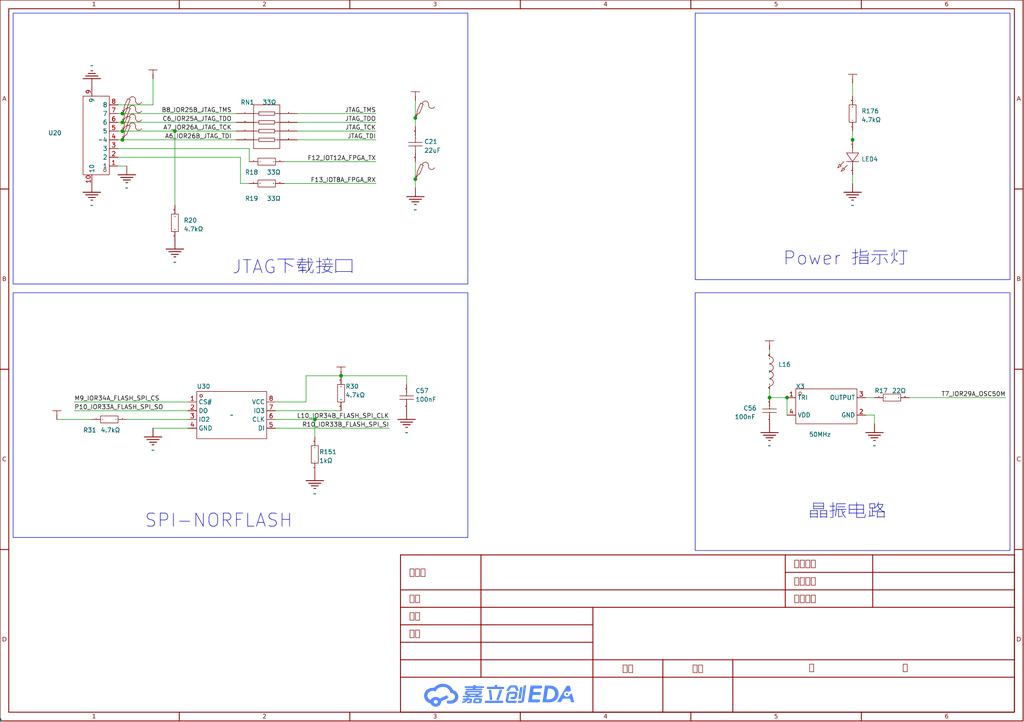
<source format=kicad_sch>
(kicad_sch (version 20250114) (generator "eeschema") (generator_version "9.0")
  (paper "User" 297.434 209.804)
  (lib_symbols
    (symbol "Library:0402WGF1001TCE"
      (property "Reference" "R" (at 0 0 0))
      (symbol "0402WGF1001TCE_1_0"
        (pin input line (at -5.08 0 0) (length 2.54) (name "1") (number "1"))
        (pin input line (at 5.08 0 180) (length 2.54) (name "2") (number "2"))
      )
    )
    (symbol "Library:0402WGF220JTCE"
      (property "Reference" "R" (at 0 0 0))
      (symbol "0402WGF220JTCE_1_0"
        (pin input line (at -5.08 0 0) (length 2.54) (name "1") (number "1"))
        (pin input line (at 5.08 0 180) (length 2.54) (name "2") (number "2"))
      )
    )
    (symbol "Library:0402WGF330JTCE"
      (property "Reference" "R" (at 0 0 0))
      (symbol "0402WGF330JTCE_1_0"
        (pin input line (at -5.08 0 0) (length 2.54) (name "1") (number "1"))
        (pin input line (at 5.08 0 180) (length 2.54) (name "2") (number "2"))
      )
    )
    (symbol "Library:0402WGF4701TCE"
      (property "Reference" "R" (at 0 0 0))
      (symbol "0402WGF4701TCE_1_0"
        (pin input line (at -5.08 0 0) (length 2.54) (name "1") (number "1"))
        (pin input line (at 5.08 0 180) (length 2.54) (name "2") (number "2"))
      )
    )
    (symbol "Library:4D02WGJ0330TCE"
      (property "Reference" "RN" (at 0 0 0))
      (symbol "4D02WGJ0330TCE_1_0"
        (pin input line (at -8.89 3.81 0) (length 5.08) (name "1") (number "1"))
        (pin input line (at -8.89 1.27 0) (length 5.08) (name "2") (number "2"))
        (pin input line (at -8.89 -1.27 0) (length 5.08) (name "3") (number "3"))
        (pin input line (at -8.89 -3.81 0) (length 5.08) (name "4") (number "4"))
        (pin input line (at 8.89 3.81 180) (length 5.08) (name "8") (number "8"))
        (pin input line (at 8.89 1.27 180) (length 5.08) (name "7") (number "7"))
        (pin input line (at 8.89 -1.27 180) (length 5.08) (name "6") (number "6"))
        (pin input line (at 8.89 -3.81 180) (length 5.08) (name "5") (number "5"))
      )
    )
    (symbol "Library:CL05B104KO5NNNC"
      (property "Reference" "C" (at 0 0 0))
      (symbol "CL05B104KO5NNNC_1_0"
        (pin input line (at -3.81 0 0) (length 2.54) (name "1") (number "1"))
        (pin input line (at 3.81 0 180) (length 2.54) (name "2") (number "2"))
      )
    )
    (symbol "Library:F.0603.00139/P2-0603R1TS2-06T-002"
      (property "Reference" "U" (at 0 0 0))
      (symbol "F.0603.00139/P2-0603R1TS2-06T-002_1_0"
        (pin unspecified line (at -5.08 0 0) (length 2.54) (name "K") (number "1"))
        (pin unspecified line (at 5.08 0 180) (length 2.54) (name "A") (number "2"))
      )
    )
    (symbol "Library:GRM188R61A226ME15D"
      (property "Reference" "C" (at 0 0 0))
      (symbol "GRM188R61A226ME15D_1_0"
        (pin input line (at -5.08 0 0) (length 2.54) (name "1") (number "1"))
        (pin input line (at 5.08 0 180) (length 2.54) (name "2") (number "2"))
      )
    )
    (symbol "Library:Ground-GND" (power) (pin_numbers (hide yes)) (pin_names (hide yes))
      (symbol "Ground-GND_1_0"
        (pin power_in line (at 0 0 270) (length 2.54) (name "") (number "1"))
      )
    )
    (symbol "Library:OT322550MJBA4SL"
      (symbol "OT322550MJBA4SL_1_0"
        (pin unspecified line (at -10.16 2.54 0) (length 2.54) (name "TRI") (number "1"))
        (pin unspecified line (at -10.16 -2.54 0) (length 2.54) (name "VDD") (number "4"))
        (pin unspecified line (at 12.7 2.54 180) (length 2.54) (name "OUTPUT") (number "3"))
        (pin unspecified line (at 12.7 -2.54 180) (length 2.54) (name "GND") (number "2"))
      )
    )
    (symbol "Library:Power-VCC" (power) (pin_numbers (hide yes)) (pin_names (hide yes))
      (symbol "Power-VCC_1_0"
        (pin power_in line (at 0 0 90) (length 1.27) (name "+5V_IN") (number "1"))
      )
    )
    (symbol "Library:Sheet-Symbol_A4"
      (symbol "Sheet-Symbol_A4_1_0"
        (text "A" (at 1.27 180.7972 0) (effects (font (size 1.27 1.27))))
        (text "B" (at 1.27 128.4224 0) (effects (font (size 1.27 1.27))))
        (text "C" (at 1.27 76.0222 0) (effects (font (size 1.27 1.27))))
        (text "D" (at 1.27 23.6474 0) (effects (font (size 1.27 1.27))))
        (text "1" (at 27.305 208.28 0) (effects (font (size 1.27 1.27))))
        (text "1" (at 27.305 1.27 0) (effects (font (size 1.27 1.27))))
        (text "2" (at 76.835 208.28 0) (effects (font (size 1.27 1.27))))
        (text "2" (at 76.835 1.27 0) (effects (font (size 1.27 1.27))))
        (text "原理图" (at 118.872 43.18 0) (effects (font (size 1.905 1.905)) (justify left)))
        (text "图页" (at 118.872 35.56 0) (effects (font (size 1.905 1.905)) (justify left)))
        (text "绘制" (at 118.872 30.48 0) (effects (font (size 1.905 1.905)) (justify left)))
        (text "审阅" (at 118.872 25.4 0) (effects (font (size 1.905 1.905)) (justify left)))
        (text "3" (at 126.365 208.28 0) (effects (font (size 1.27 1.27))))
        (text "3" (at 126.365 1.27 0) (effects (font (size 1.27 1.27))))
        (text "4" (at 175.895 208.28 0) (effects (font (size 1.27 1.27))))
        (text "4" (at 175.895 1.27 0) (effects (font (size 1.27 1.27))))
        (text "版本" (at 182.372 15.24 0) (effects (font (size 1.905 1.905))))
        (text "尺寸" (at 202.692 15.24 0) (effects (font (size 1.905 1.905))))
        (text "5" (at 225.425 208.28 0) (effects (font (size 1.27 1.27))))
        (text "5" (at 225.425 1.27 0) (effects (font (size 1.27 1.27))))
        (text "更新日期" (at 230.632 45.72 0) (effects (font (size 1.905 1.905)) (justify left)))
        (text "创建日期" (at 230.632 40.64 0) (effects (font (size 1.905 1.905)) (justify left)))
        (text "物料编码" (at 230.632 35.56 0) (effects (font (size 1.905 1.905)) (justify left)))
        (text "页" (at 234.95 15.494 0) (effects (font (size 1.905 1.905)) (justify left)))
        (text "共" (at 262.128 15.494 0) (effects (font (size 1.905 1.905)) (justify left)))
        (text "6" (at 274.955 208.28 0) (effects (font (size 1.27 1.27))))
        (text "6" (at 274.955 1.27 0) (effects (font (size 1.27 1.27))))
        (text "A" (at 295.91 180.7972 0) (effects (font (size 1.27 1.27))))
        (text "B" (at 295.91 128.4224 0) (effects (font (size 1.27 1.27))))
        (text "C" (at 295.91 76.0222 0) (effects (font (size 1.27 1.27))))
        (text "D" (at 295.91 23.6474 0) (effects (font (size 1.27 1.27))))
      )
    )
    (symbol "Library:TC0350F4701T5E_C179829"
      (property "Reference" "R" (at 0 0 0))
      (symbol "TC0350F4701T5E_C179829_1_0"
        (pin input line (at -5.08 0 0) (length 2.54) (name "1") (number "1"))
        (pin input line (at 5.08 0 180) (length 2.54) (name "2") (number "2"))
      )
    )
    (symbol "Library:Test-Point"
      (symbol "Test-Point_1_0"
        (pin input line (at 0 0 90) (length 0.254) (name "1") (number "1"))
      )
    )
    (symbol "Library:UPZ1005D121-1R3TF"
      (property "Reference" "L" (at 0 0 0))
      (symbol "UPZ1005D121-1R3TF_1_0"
        (pin input line (at -5.08 0 0) (length 0.762) (name "1") (number "1"))
        (pin input line (at 5.08 0 180) (length 0.762) (name "2") (number "2"))
      )
    )
    (symbol "Library:W25Q64JVSSIQ"
      (property "Reference" "U" (at 0 0 0))
      (symbol "W25Q64JVSSIQ_1_0"
        (pin unspecified line (at -12.7 3.81 0) (length 2.54) (name "CS#") (number "1"))
        (pin unspecified line (at -12.7 1.27 0) (length 2.54) (name "DO") (number "2"))
        (pin unspecified line (at -12.7 -1.27 0) (length 2.54) (name "IO2") (number "3"))
        (pin unspecified line (at -12.7 -3.81 0) (length 2.54) (name "GND") (number "4"))
        (pin unspecified line (at 12.7 3.81 180) (length 2.54) (name "VCC") (number "8"))
        (pin unspecified line (at 12.7 1.27 180) (length 2.54) (name "IO3") (number "7"))
        (pin unspecified line (at 12.7 -1.27 180) (length 2.54) (name "CLK") (number "6"))
        (pin unspecified line (at 12.7 -3.81 180) (length 2.54) (name "DI") (number "5"))
      )
    )
    (symbol "Library:ZX-SH1.0-8PWT"
      (property "Reference" "U" (at 0 0 0))
      (symbol "ZX-SH1.0-8PWT_1_0"
        (pin unspecified line (at -5.08 7.62 0) (length 2.54) (name "1") (number "1"))
        (pin unspecified line (at -5.08 5.08 0) (length 2.54) (name "2") (number "2"))
        (pin unspecified line (at -5.08 2.54 0) (length 2.54) (name "3") (number "3"))
        (pin unspecified line (at -5.08 0 0) (length 2.54) (name "4") (number "4"))
        (pin unspecified line (at -5.08 -2.54 0) (length 2.54) (name "5") (number "5"))
        (pin unspecified line (at -5.08 -5.08 0) (length 2.54) (name "6") (number "6"))
        (pin unspecified line (at -5.08 -7.62 0) (length 2.54) (name "7") (number "7"))
        (pin unspecified line (at -5.08 -10.16 0) (length 2.54) (name "8") (number "8"))
        (pin unspecified line (at 2.54 12.7 270) (length 2.54) (name "10") (number "10"))
        (pin unspecified line (at 2.54 -15.24 90) (length 2.54) (name "9") (number "9"))
      )
    )
  )
  (rectangle (start 201.93 3.81) (end 293.37 81.28))
  (rectangle (start 3.81 3.81) (end 135.89 82.55))
  (rectangle (start 201.93 85.09) (end 293.37 160.02))
  (rectangle (start 3.81 85.09) (end 135.89 156.21))
  (text "SPI-NORFLASH" (at 41.91 153.67 0) (effects (font (size 3.81 3.81)) (justify left bottom)))
  (text "JTAG下载接口" (at 67.31 80.01 0) (effects (font (size 3.81 3.81)) (justify left bottom)))
  (text "Power 指示灯" (at 227.33 77.47 0) (effects (font (size 3.81 3.81)) (justify left bottom)))
  (text "晶振电路" (at 234.95 151.13 0) (effects (font (size 3.81 3.81)) (justify left bottom)))
  (junction (at 247.65 40.64))
  (junction (at 120.65 34.29))
  (junction (at 223.52 115.57))
  (junction (at 228.6 115.57))
  (junction (at 50.8 38.1))
  (junction (at 99.06 109.22))
  (junction (at 35.56 35.56))
  (junction (at 35.56 38.1))
  (junction (at 35.56 33.02))
  (junction (at 91.44 121.92))
  (junction (at 35.56 40.64))
  (junction (at 120.65 52.07))
  (wire (pts (xy 34.29 33.02) (xy 35.56 33.02)))
  (wire (pts (xy 109.22 40.64) (xy 86.36 40.64)))
  (wire (pts (xy 254 123.19) (xy 254 120.65)))
  (wire (pts (xy 34.29 45.72) (xy 69.85 45.72)))
  (wire (pts (xy 88.9 109.22) (xy 88.9 116.84)))
  (wire (pts (xy 109.22 46.99) (xy 82.55 46.99)))
  (wire (pts (xy 80.01 119.38) (xy 99.06 119.38)))
  (wire (pts (xy 247.65 38.1254) (xy 247.65 40.64)))
  (wire (pts (xy 50.8 38.1) (xy 68.58 38.1)))
  (wire (pts (xy 254 120.65) (xy 251.46 120.65)))
  (wire (pts (xy 109.22 35.56) (xy 86.36 35.56)))
  (wire (pts (xy 50.8 38.1) (xy 35.56 38.1)))
  (wire (pts (xy 54.61 124.46) (xy 44.45 124.46)))
  (wire (pts (xy 118.11 109.22) (xy 99.06 109.22)))
  (wire (pts (xy 16.51 121.92) (xy 26.67 121.92)))
  (wire (pts (xy 91.44 121.92) (xy 80.01 121.92)))
  (wire (pts (xy 44.45 30.48) (xy 44.45 22.86)))
  (wire (pts (xy 54.61 121.92) (xy 36.83 121.92)))
  (wire (pts (xy 120.65 52.07) (xy 120.65 54.61)))
  (wire (pts (xy 68.58 35.56) (xy 35.56 35.56)))
  (wire (pts (xy 251.46 115.57) (xy 254 115.57)))
  (wire (pts (xy 34.29 40.64) (xy 35.56 40.64)))
  (wire (pts (xy 34.29 30.48) (xy 44.45 30.48)))
  (wire (pts (xy 34.29 43.18) (xy 72.39 43.18)))
  (wire (pts (xy 228.6 120.65) (xy 228.6 115.57)))
  (wire (pts (xy 50.8 59.69) (xy 50.8 38.1)))
  (wire (pts (xy 86.36 38.1) (xy 109.22 38.1)))
  (wire (pts (xy 72.39 46.99) (xy 72.39 43.18)))
  (wire (pts (xy 247.65 40.64) (xy 247.65 40.6654)))
  (wire (pts (xy 109.22 33.02) (xy 86.36 33.02)))
  (wire (pts (xy 120.65 36.83) (xy 120.65 34.29)))
  (wire (pts (xy 80.01 124.46) (xy 113.03 124.46)))
  (wire (pts (xy 118.11 111.76) (xy 118.11 109.22)))
  (wire (pts (xy 113.03 121.92) (xy 91.44 121.92)))
  (wire (pts (xy 36.83 48.26) (xy 34.29 48.26)))
  (wire (pts (xy 120.65 46.99) (xy 120.65 52.07)))
  (wire (pts (xy 120.65 34.29) (xy 120.65 29.21)))
  (wire (pts (xy 223.52 101.6) (xy 223.52 102.87)))
  (wire (pts (xy 223.52 115.57) (xy 223.52 113.03)))
  (wire (pts (xy 69.85 53.34) (xy 69.85 45.72)))
  (wire (pts (xy 99.06 109.22) (xy 88.9 109.22)))
  (wire (pts (xy 247.65 50.8) (xy 247.65 53.34)))
  (wire (pts (xy 82.55 53.34) (xy 109.22 53.34)))
  (wire (pts (xy 264.16 115.57) (xy 292.1 115.57)))
  (wire (pts (xy 247.65 24.13) (xy 247.65 27.94)))
  (wire (pts (xy 21.59 116.84) (xy 54.61 116.84)))
  (wire (pts (xy 34.29 35.56) (xy 35.56 35.56)))
  (wire (pts (xy 34.29 38.1) (xy 35.56 38.1)))
  (wire (pts (xy 68.58 40.64) (xy 35.56 40.64)))
  (wire (pts (xy 223.52 115.57) (xy 228.6 115.57)))
  (wire (pts (xy 91.44 121.92) (xy 91.44 127)))
  (wire (pts (xy 21.59 119.38) (xy 54.61 119.38)))
  (wire (pts (xy 88.9 116.84) (xy 80.01 116.84)))
  (wire (pts (xy 68.58 33.02) (xy 35.56 33.02)))
  (wire (pts (xy 69.85 53.34) (xy 72.39 53.34)))
  (label "B8_IOR25B_JTAG_TMS" (at 67.31 33.02 180))
  (label "A6_IOR26B_JTAG_TDI" (at 67.31 40.64 180))
  (label "F12_IOT12A_FPGA_TX" (at 109.22 46.99 180))
  (label "F13_IOT8A_FPGA_RX" (at 109.22 53.34 180))
  (label "R10_IOR33B_FLASH_SPI_SI" (at 113.03 124.46 180))
  (label "JTAG_TMS" (at 109.22 33.02 180))
  (label "M9_IOR34A_FLASH_SPI_CS" (at 21.59 116.84 0))
  (label "JTAG_TDI" (at 109.22 40.64 180))
  (label "L10_IOR34B_FLASH_SPI_CLK" (at 113.03 121.92 180))
  (label "JTAG_TCK" (at 109.22 38.1 180))
  (label "C6_IOR25A_JTAG_TDO" (at 67.31 35.56 180))
  (label "JTAG_TDO" (at 109.22 35.56 180))
  (label "A7_IOR26A_JTAG_TCK" (at 67.31 38.1 180))
  (label "T7_IOR29A_OSC50M" (at 292.1 115.57 180))
  (label "P10_IOR33A_FLASH_SPI_SO" (at 21.59 119.38 0))
  (symbol (lib_id "Library:Sheet-Symbol_A4") (at 0 209.55 0) (unit 1)
    (property "Reference" "?" (at 0 209.55 0))
    (property "Value" "~" (at 0 209.55 0))
    (property "Footprint" "ProPrj_立创·-easyedapro:" (effects (hide yes)))
    (property "@Board Name" "立创·逻辑派FPGA-G1开发板" (effects (hide yes)))
    (property "@Create Date" "2025-01-08" (effects (hide yes)))
    (property "@Create Time" "15:14:25" (effects (hide yes)))
    (property "@Page Count" "10" (effects (hide yes)))
    (property "@Page Name" "FPGA_JTAG" (effects (hide yes)))
    (property "@Page No" "4" (effects (hide yes)))
    (property "@Project Name" "立创·逻辑派FPGA-G1开发板" (effects (hide yes)))
    (property "@Schematic Name" "原理图" (effects (hide yes)))
    (property "@Update Date" "2025-01-08" (effects (hide yes)))
    (property "@Update Time" "15:14:43" (effects (hide yes)))
    (property "Company" "嘉立创EDA" (effects (hide yes)))
    (property "Page Size" "A4" (effects (hide yes)))
    (property "Version" "V1.0" (effects (hide yes)))
  )
  (symbol (lib_id "Library:Test-Point") (at 35.56 38.1 0) (unit 1)
    (property "Reference" "TP13" (effects (hide yes)))
    (property "Value" "~" (at 35.56 38.1 0))
    (property "Footprint" "ProPrj_立创·-easyedapro:Test-Point-0.5mm" (effects (hide yes)))
    (property "Description" "Test Point 测试点" (effects (hide yes)))
  )
  (symbol (lib_id "Library:TC0350F4701T5E_C179829") (at 247.65 33.02 90) (unit 1)
    (property "Reference" "R176" (at 250.19 33.02 90) (effects (justify right top)))
    (property "Value" "4.7kΩ" (at 250.19 35.56 90) (effects (justify right top)))
    (property "Footprint" "ProPrj_立创·-easyedapro:R0603" (effects (hide yes)))
    (property "Datasheet" "https://atta.szlcsc.com/upload/public/pdf/source/20190107/C179829_59D99BA947CB5DBA78EB915107344832.pdf" (effects (hide yes)))
    (property "Description" "温度系数:±50ppm/°C;精度:±1%;阻值:4.7kΩ;功率:1/6W;工作温度范围:-55°C~+155°C;最大工作电压:75V;" (effects (hide yes)))
    (property "Manufacturer Part" "TC0350F4701T5E" (effects (hide yes)))
    (property "Manufacturer" "UNI-ROYAL(厚声)" (effects (hide yes)))
    (property "Supplier Part" "C179829" (effects (hide yes)))
    (property "Supplier" "LCSC" (effects (hide yes)))
    (property "LCSC Part Name" "4.7kΩ ±1%" (effects (hide yes)))
  )
  (symbol (lib_id "Library:Power-VCC") (at 247.65 24.13 0) (unit 1)
    (property "Reference" "#PWR?" (effects (hide yes)))
    (property "Value" "+3.3V" (effects (hide yes)))
    (property "Footprint" "ProPrj_立创·-easyedapro:" (effects (hide yes)))
  )
  (symbol (lib_id "Library:Test-Point") (at 35.56 33.02 0) (unit 1)
    (property "Reference" "TP11" (effects (hide yes)))
    (property "Value" "~" (at 35.56 33.02 0))
    (property "Footprint" "ProPrj_立创·-easyedapro:Test-Point-0.5mm" (effects (hide yes)))
    (property "Description" "Test Point 测试点" (effects (hide yes)))
  )
  (symbol (lib_id "Library:Power-VCC") (at 120.65 29.21 0) (unit 1)
    (property "Reference" "#PWR?" (effects (hide yes)))
    (property "Value" "+5V_IN" (effects (hide yes)))
    (property "Footprint" "ProPrj_立创·-easyedapro:" (effects (hide yes)))
  )
  (symbol (lib_id "Library:0402WGF4701TCE") (at 31.75 121.92 180) (unit 1)
    (property "Reference" "R31" (at 24.13 125.7554 0) (effects (justify right top)))
    (property "Value" "4.7kΩ" (at 29.21 125.7554 0) (effects (justify right top)))
    (property "Footprint" "ProPrj_立创·-easyedapro:R0402" (effects (hide yes)))
    (property "Datasheet" "https://atta.szlcsc.com/upload/public/pdf/source/20200306/C422600_1E6D84923E4A46A82E41ADD87F860B5C.pdf" (effects (hide yes)))
    (property "Description" "电阻类型:厚膜电阻;阻值:4.7kΩ;精度:±1%;功率:62.5mW;温度系数:±100ppm/°C;" (effects (hide yes)))
    (property "Manufacturer Part" "0402WGF4701TCE" (effects (hide yes)))
    (property "Manufacturer" "UNI-ROYAL(厚声)" (effects (hide yes)))
    (property "Supplier Part" "C25900" (effects (hide yes)))
    (property "Supplier" "LCSC" (effects (hide yes)))
    (property "LCSC Part Name" "厚膜电阻 4.7kΩ ±1% 62.5mW" (effects (hide yes)))
  )
  (symbol (lib_id "Library:Ground-GND") (at 26.67 25.4 180) (unit 1)
    (property "Reference" "#PWR?" (effects (hide yes)))
    (property "Value" "~" (at 26.67 19.05 0))
    (property "Footprint" "ProPrj_立创·-easyedapro:" (effects (hide yes)))
  )
  (symbol (lib_id "Library:Ground-GND") (at 36.83 48.26 0) (unit 1)
    (property "Reference" "#PWR?" (effects (hide yes)))
    (property "Value" "~" (at 36.83 54.61 0))
    (property "Footprint" "ProPrj_立创·-easyedapro:" (effects (hide yes)))
  )
  (symbol (lib_id "Library:Test-Point") (at 35.56 40.64 0) (unit 1)
    (property "Reference" "TP14" (effects (hide yes)))
    (property "Value" "~" (at 35.56 40.64 0))
    (property "Footprint" "ProPrj_立创·-easyedapro:Test-Point-0.5mm" (effects (hide yes)))
    (property "Description" "Test Point 测试点" (effects (hide yes)))
  )
  (symbol (lib_id "Library:Test-Point") (at 120.65 52.07 0) (unit 1)
    (property "Reference" "TP16" (effects (hide yes)))
    (property "Value" "~" (at 120.65 52.07 0))
    (property "Footprint" "ProPrj_立创·-easyedapro:Test-Point-0.5mm" (effects (hide yes)))
    (property "Description" "Test Point 测试点" (effects (hide yes)))
  )
  (symbol (lib_id "Library:Ground-GND") (at 120.65 54.61 0) (unit 1)
    (property "Reference" "#PWR?" (effects (hide yes)))
    (property "Value" "~" (at 120.65 60.96 0))
    (property "Footprint" "ProPrj_立创·-easyedapro:" (effects (hide yes)))
  )
  (symbol (lib_id "Library:Ground-GND") (at 91.44 137.16 0) (unit 1)
    (property "Reference" "#PWR?" (effects (hide yes)))
    (property "Value" "~" (at 91.44 143.51 0))
    (property "Footprint" "ProPrj_立创·-easyedapro:" (effects (hide yes)))
  )
  (symbol (lib_id "Library:Test-Point") (at 120.65 34.29 0) (unit 1)
    (property "Reference" "TP15" (effects (hide yes)))
    (property "Value" "~" (at 120.65 34.29 0))
    (property "Footprint" "ProPrj_立创·-easyedapro:Test-Point-0.5mm" (effects (hide yes)))
    (property "Description" "Test Point 测试点" (effects (hide yes)))
  )
  (symbol (lib_id "Library:UPZ1005D121-1R3TF") (at 223.52 107.95 270) (unit 1)
    (property "Reference" "L16" (at 226.06 106.68 90) (effects (justify left bottom)))
    (property "Value" "~" (at 223.52 107.95 0))
    (property "Footprint" "ProPrj_立创·-easyedapro:L0402" (effects (hide yes)))
    (property "Datasheet" "https://atta.szlcsc.com/upload/public/pdf/source/20210916/3C06D8971A361A4569490E57F6B8A429.pdf" (effects (hide yes)))
    (property "Description" "标称阻抗@测试频率:120Ω@100MHz;误差:±25%;直流电阻(RDC):90mΩ;" (effects (hide yes)))
    (property "Manufacturer Part" "UPZ1005D121-1R3TF" (effects (hide yes)))
    (property "Manufacturer" "Sunlord(顺络)" (effects (hide yes)))
    (property "Supplier Part" "C96993" (effects (hide yes)))
    (property "Supplier" "LCSC" (effects (hide yes)))
    (property "LCSC Part Name" "单路 0402磁珠 阻抗120Ω@100MHz" (effects (hide yes)))
  )
  (symbol (lib_id "Library:Ground-GND") (at 254 123.19 0) (unit 1)
    (property "Reference" "#PWR?" (effects (hide yes)))
    (property "Value" "~" (at 254 129.54 0))
    (property "Footprint" "ProPrj_立创·-easyedapro:" (effects (hide yes)))
  )
  (symbol (lib_id "Library:OT322550MJBA4SL") (at 238.76 118.11 0) (unit 1)
    (property "Reference" "X3" (at 231.14 113.03 0) (effects (justify left bottom)))
    (property "Value" "50MHz" (at 234.95 127 0) (effects (justify left bottom)))
    (property "Footprint" "ProPrj_立创·-easyedapro:OSC-SMD_4P-L3.2-W2.5-BL" (effects (hide yes)))
    (property "Datasheet" "https://atta.szlcsc.com/upload/public/pdf/source/20210329/C669065_30B18CFE780D377BA4E84F6ED1951959.pdf" (effects (hide yes)))
    (property "Description" "频率:50MHz;工作电压:1.8V~3.3V;频率稳定度:±10ppm;" (effects (hide yes)))
    (property "Manufacturer Part" "OT322550MJBA4SL" (effects (hide yes)))
    (property "Manufacturer" "YXC(扬兴晶振)" (effects (hide yes)))
    (property "Supplier Part" "C717684" (effects (hide yes)))
    (property "Supplier" "LCSC" (effects (hide yes)))
    (property "LCSC Part Name" "50MHz ±10ppm 1.8V~3.3V YSO110TR" (effects (hide yes)))
  )
  (symbol (lib_id "Library:0402WGF220JTCE") (at 259.08 115.57 0) (unit 1)
    (property "Reference" "R17" (at 254 114.3 0) (effects (justify left bottom)))
    (property "Value" "22Ω" (at 259.08 114.3 0) (effects (justify left bottom)))
    (property "Footprint" "ProPrj_立创·-easyedapro:R0402" (effects (hide yes)))
    (property "Datasheet" "https://atta.szlcsc.com/upload/public/pdf/source/20200306/C422600_1E6D84923E4A46A82E41ADD87F860B5C.pdf" (effects (hide yes)))
    (property "Description" "电阻类型:厚膜电阻;阻值:22Ω;精度:±1%;功率:62.5mW;温度系数:±100ppm/°C;" (effects (hide yes)))
    (property "Manufacturer Part" "0402WGF220JTCE" (effects (hide yes)))
    (property "Manufacturer" "UNI-ROYAL(厚声)" (effects (hide yes)))
    (property "Supplier Part" "C25092" (effects (hide yes)))
    (property "Supplier" "LCSC" (effects (hide yes)))
    (property "LCSC Part Name" "厚膜电阻 22Ω ±1% 62.5mW" (effects (hide yes)))
  )
  (symbol (lib_id "Library:0402WGF4701TCE") (at 99.06 114.3 270) (unit 1)
    (property "Reference" "R30" (at 100.33 113.03 90) (effects (justify left bottom)))
    (property "Value" "4.7kΩ" (at 100.33 115.57 90) (effects (justify left bottom)))
    (property "Footprint" "ProPrj_立创·-easyedapro:R0402" (effects (hide yes)))
    (property "Datasheet" "https://atta.szlcsc.com/upload/public/pdf/source/20200306/C422600_1E6D84923E4A46A82E41ADD87F860B5C.pdf" (effects (hide yes)))
    (property "Description" "电阻类型:厚膜电阻;阻值:4.7kΩ;精度:±1%;功率:62.5mW;温度系数:±100ppm/°C;" (effects (hide yes)))
    (property "Manufacturer Part" "0402WGF4701TCE" (effects (hide yes)))
    (property "Manufacturer" "UNI-ROYAL(厚声)" (effects (hide yes)))
    (property "Supplier Part" "C25900" (effects (hide yes)))
    (property "Supplier" "LCSC" (effects (hide yes)))
    (property "LCSC Part Name" "厚膜电阻 4.7kΩ ±1% 62.5mW" (effects (hide yes)))
  )
  (symbol (lib_id "Library:0402WGF330JTCE") (at 77.47 46.99 0) (unit 1)
    (property "Reference" "R18" (at 71.12 50.8 0) (effects (justify left bottom)))
    (property "Value" "33Ω" (at 77.47 50.8 0) (effects (justify left bottom)))
    (property "Footprint" "ProPrj_立创·-easyedapro:R0402" (effects (hide yes)))
    (property "Datasheet" "https://atta.szlcsc.com/upload/public/pdf/source/20200306/C422600_1E6D84923E4A46A82E41ADD87F860B5C.pdf" (effects (hide yes)))
    (property "Description" "电阻类型:厚膜电阻;阻值:33Ω;精度:±1%;功率:62.5mW;温度系数:±100ppm/°C;" (effects (hide yes)))
    (property "Manufacturer Part" "0402WGF330JTCE" (effects (hide yes)))
    (property "Manufacturer" "UNI-ROYAL(厚声)" (effects (hide yes)))
    (property "Supplier Part" "C25105" (effects (hide yes)))
    (property "Supplier" "LCSC" (effects (hide yes)))
    (property "LCSC Part Name" "厚膜电阻 33Ω ±1% 62.5mW" (effects (hide yes)))
  )
  (symbol (lib_id "Library:F.0603.00139/P2-0603R1TS2-06T-002") (at 247.65 45.72 90) (unit 1)
    (property "Reference" "LED4" (at 250.19 46.99 90) (effects (justify right top)))
    (property "Value" "F.0603.00139/P2-0603R1TS2-06T-002" (effects (hide yes)))
    (property "Footprint" "ProPrj_立创·-easyedapro:LED0603-RD" (effects (hide yes)))
    (property "Datasheet" "https://atta.szlcsc.com/upload/public/pdf/source/20230809/2283CFC12D1EC1C972D0489FE4CEE0B0.pdf" (effects (hide yes)))
    (property "Description" "发光颜色:红色;正向电流:-;透镜颜色:-;发光角度:120°;工作温度:-40°C~+85°C;" (effects (hide yes)))
    (property "Manufacturer Part" "F.0603.00139/P2-0603R1TS2-06T-002" (effects (hide yes)))
    (property "Manufacturer" "TUOZHAN(拓展光电)" (effects (hide yes)))
    (property "Supplier Part" "C7496820" (effects (hide yes)))
    (property "Supplier" "LCSC" (effects (hide yes)))
    (property "LCSC Part Name" "-" (effects (hide yes)))
  )
  (symbol (lib_id "Library:GRM188R61A226ME15D") (at 120.65 41.91 90) (unit 1)
    (property "Reference" "C21" (at 123.19 41.91 90) (effects (justify right top)))
    (property "Value" "22uF" (at 123.19 44.45 90) (effects (justify right top)))
    (property "Footprint" "ProPrj_立创·-easyedapro:C0603" (effects (hide yes)))
    (property "Datasheet" "https://atta.szlcsc.com/upload/public/pdf/source/20161024/1477288637384.pdf" (effects (hide yes)))
    (property "Description" "容值:22uF;精度:±20%;额定电压:10V;材质(温度系数):X5R;" (effects (hide yes)))
    (property "Manufacturer Part" "GRM188R61A226ME15D" (effects (hide yes)))
    (property "Manufacturer" "muRata(村田)" (effects (hide yes)))
    (property "Supplier Part" "C84419" (effects (hide yes)))
    (property "Supplier" "LCSC" (effects (hide yes)))
    (property "LCSC Part Name" "22uF ±20% 10V" (effects (hide yes)))
  )
  (symbol (lib_id "Library:0402WGF330JTCE") (at 77.47 53.34 0) (unit 1)
    (property "Reference" "R19" (at 71.12 58.42 0) (effects (justify left bottom)))
    (property "Value" "33Ω" (at 77.47 58.42 0) (effects (justify left bottom)))
    (property "Footprint" "ProPrj_立创·-easyedapro:R0402" (effects (hide yes)))
    (property "Datasheet" "https://atta.szlcsc.com/upload/public/pdf/source/20200306/C422600_1E6D84923E4A46A82E41ADD87F860B5C.pdf" (effects (hide yes)))
    (property "Description" "电阻类型:厚膜电阻;阻值:33Ω;精度:±1%;功率:62.5mW;温度系数:±100ppm/°C;" (effects (hide yes)))
    (property "Manufacturer Part" "0402WGF330JTCE" (effects (hide yes)))
    (property "Manufacturer" "UNI-ROYAL(厚声)" (effects (hide yes)))
    (property "Supplier Part" "C25105" (effects (hide yes)))
    (property "Supplier" "LCSC" (effects (hide yes)))
    (property "LCSC Part Name" "厚膜电阻 33Ω ±1% 62.5mW" (effects (hide yes)))
  )
  (symbol (lib_id "Library:ZX-SH1.0-8PWT") (at 29.21 40.64 180) (unit 1)
    (property "Reference" "U20" (at 13.97 39.37 0) (effects (justify right top)))
    (property "Value" "~" (at 29.21 40.64 0))
    (property "Footprint" "ProPrj_立创·-easyedapro:CONN-SMD_8P-P1.00_MEGASTAR_ZX-SH1.0-8PWT" (effects (hide yes)))
    (property "Datasheet" "https://atta.szlcsc.com/upload/public/pdf/source/20230619/1B6A23D99AB40A01DBAA7D7AE5A01F3F.pdf" (effects (hide yes)))
    (property "Description" "参考系列:SH;间距:1mm;插针结构:1x8P;排数:1;每排PIN数:8;行距:-;公母:公型插针;安装方式:卧贴;额定电流:1A;触头材质:黄铜;触头镀层:锡;工作温度范围:-25°C~+85°C;焊接温度(最大值):260°C;" (effects (hide yes)))
    (property "Manufacturer Part" "ZX-SH1.0-8PWT" (effects (hide yes)))
    (property "Manufacturer" "Megastar(兆星)" (effects (hide yes)))
    (property "Supplier Part" "C7430450" (effects (hide yes)))
    (property "Supplier" "LCSC" (effects (hide yes)))
    (property "LCSC Part Name" "系列:SH 间距:1mm 1x8P 卧贴" (effects (hide yes)))
  )
  (symbol (lib_id "Library:Power-VCC") (at 44.45 22.86 0) (unit 1)
    (property "Reference" "#PWR?" (effects (hide yes)))
    (property "Value" "+5V_IN" (effects (hide yes)))
    (property "Footprint" "ProPrj_立创·-easyedapro:" (effects (hide yes)))
  )
  (symbol (lib_id "Library:Ground-GND") (at 223.52 123.19 0) (unit 1)
    (property "Reference" "#PWR?" (effects (hide yes)))
    (property "Value" "~" (at 223.52 129.54 0))
    (property "Footprint" "ProPrj_立创·-easyedapro:" (effects (hide yes)))
  )
  (symbol (lib_id "Library:4D02WGJ0330TCE") (at 77.47 36.83 0) (unit 1)
    (property "Reference" "RN1" (at 69.85 30.48 0) (effects (justify left bottom)))
    (property "Value" "33Ω" (at 76.2 30.48 0) (effects (justify left bottom)))
    (property "Footprint" "ProPrj_立创·-easyedapro:RES-ARRAY-SMD_0402-8P-L2.0-W1.0-BL" (effects (hide yes)))
    (property "Datasheet" "https://atta.szlcsc.com/upload/public/pdf/source/20191224/C474318_2527498AE30E813171187CCD28401A71.pdf" (effects (hide yes)))
    (property "Description" "阻值:33Ω;精度:±5%;单个元件功率:62.5mW;电阻器数:4;温度系数:±200ppm/°C;" (effects (hide yes)))
    (property "Manufacturer Part" "4D02WGJ0330TCE" (effects (hide yes)))
    (property "Manufacturer" "UNI-ROYAL(厚声)" (effects (hide yes)))
    (property "Supplier Part" "C25501" (effects (hide yes)))
    (property "Supplier" "LCSC" (effects (hide yes)))
    (property "LCSC Part Name" "33Ω ±5%" (effects (hide yes)))
  )
  (symbol (lib_id "Library:Power-VCC") (at 16.51 121.92 0) (unit 1)
    (property "Reference" "#PWR?" (effects (hide yes)))
    (property "Value" "+3.3V" (effects (hide yes)))
    (property "Footprint" "ProPrj_立创·-easyedapro:" (effects (hide yes)))
  )
  (symbol (lib_id "Library:Ground-GND") (at 50.8 69.85 0) (unit 1)
    (property "Reference" "#PWR?" (effects (hide yes)))
    (property "Value" "~" (at 50.8 76.2 0))
    (property "Footprint" "ProPrj_立创·-easyedapro:" (effects (hide yes)))
  )
  (symbol (lib_id "Library:CL05B104KO5NNNC") (at 223.52 119.38 90) (unit 1)
    (property "Reference" "C56" (at 215.9 119.38 90) (effects (justify right top)))
    (property "Value" "100nF" (at 213.36 121.92 90) (effects (justify right top)))
    (property "Footprint" "ProPrj_立创·-easyedapro:C0402" (effects (hide yes)))
    (property "Datasheet" "https://atta.szlcsc.com/upload/public/pdf/source/20160218/1457707763339.pdf" (effects (hide yes)))
    (property "Description" "容值:100nF;精度:±10%;额定电压:16V;材质(温度系数):X7R;" (effects (hide yes)))
    (property "Manufacturer Part" "CL05B104KO5NNNC" (effects (hide yes)))
    (property "Manufacturer" "SAMSUNG(三星)" (effects (hide yes)))
    (property "Supplier Part" "C1525" (effects (hide yes)))
    (property "Supplier" "LCSC" (effects (hide yes)))
    (property "LCSC Part Name" "100nF ±10% 16V" (effects (hide yes)))
  )
  (symbol (lib_id "Library:Power-VCC") (at 99.06 109.22 0) (unit 1)
    (property "Reference" "#PWR?" (effects (hide yes)))
    (property "Value" "+3.3V" (effects (hide yes)))
    (property "Footprint" "ProPrj_立创·-easyedapro:" (effects (hide yes)))
  )
  (symbol (lib_id "Library:0402WGF4701TCE") (at 50.8 64.77 90) (unit 1)
    (property "Reference" "R20" (at 53.34 64.77 90) (effects (justify right top)))
    (property "Value" "4.7kΩ" (at 53.34 67.31 90) (effects (justify right top)))
    (property "Footprint" "ProPrj_立创·-easyedapro:R0402" (effects (hide yes)))
    (property "Datasheet" "https://atta.szlcsc.com/upload/public/pdf/source/20200306/C422600_1E6D84923E4A46A82E41ADD87F860B5C.pdf" (effects (hide yes)))
    (property "Description" "电阻类型:厚膜电阻;阻值:4.7kΩ;精度:±1%;功率:62.5mW;温度系数:±100ppm/°C;" (effects (hide yes)))
    (property "Manufacturer Part" "0402WGF4701TCE" (effects (hide yes)))
    (property "Manufacturer" "UNI-ROYAL(厚声)" (effects (hide yes)))
    (property "Supplier Part" "C25900" (effects (hide yes)))
    (property "Supplier" "LCSC" (effects (hide yes)))
    (property "LCSC Part Name" "厚膜电阻 4.7kΩ ±1% 62.5mW" (effects (hide yes)))
  )
  (symbol (lib_id "Library:Ground-GND") (at 26.67 53.34 0) (unit 1)
    (property "Reference" "#PWR?" (effects (hide yes)))
    (property "Value" "~" (at 26.67 59.69 0))
    (property "Footprint" "ProPrj_立创·-easyedapro:" (effects (hide yes)))
  )
  (symbol (lib_id "Library:CL05B104KO5NNNC") (at 118.11 115.57 270) (unit 1)
    (property "Reference" "C57" (at 120.65 114.3 90) (effects (justify left bottom)))
    (property "Value" "100nF" (at 120.65 116.84 90) (effects (justify left bottom)))
    (property "Footprint" "ProPrj_立创·-easyedapro:C0402" (effects (hide yes)))
    (property "Datasheet" "https://atta.szlcsc.com/upload/public/pdf/source/20160218/1457707763339.pdf" (effects (hide yes)))
    (property "Description" "容值:100nF;精度:±10%;额定电压:16V;材质(温度系数):X7R;" (effects (hide yes)))
    (property "Manufacturer Part" "CL05B104KO5NNNC" (effects (hide yes)))
    (property "Manufacturer" "SAMSUNG(三星)" (effects (hide yes)))
    (property "Supplier Part" "C1525" (effects (hide yes)))
    (property "Supplier" "LCSC" (effects (hide yes)))
    (property "LCSC Part Name" "100nF ±10% 16V" (effects (hide yes)))
  )
  (symbol (lib_id "Library:0402WGF1001TCE") (at 91.44 132.08 90) (unit 1)
    (property "Reference" "R151" (at 92.71 132.08 90) (effects (justify right top)))
    (property "Value" "1kΩ" (at 92.71 134.62 90) (effects (justify right top)))
    (property "Footprint" "ProPrj_立创·-easyedapro:R0402" (effects (hide yes)))
    (property "Datasheet" "https://atta.szlcsc.com/upload/public/pdf/source/20200306/C422600_1E6D84923E4A46A82E41ADD87F860B5C.pdf" (effects (hide yes)))
    (property "Description" "电阻类型:厚膜电阻;阻值:1kΩ;精度:±1%;功率:62.5mW;" (effects (hide yes)))
    (property "Manufacturer Part" "0402WGF1001TCE" (effects (hide yes)))
    (property "Manufacturer" "UNI-ROYAL(厚声)" (effects (hide yes)))
    (property "Supplier Part" "C11702" (effects (hide yes)))
    (property "Supplier" "LCSC" (effects (hide yes)))
    (property "LCSC Part Name" "1kΩ ±1% 62.5mW" (effects (hide yes)))
  )
  (symbol (lib_id "Library:Ground-GND") (at 44.45 124.46 0) (unit 1)
    (property "Reference" "#PWR?" (effects (hide yes)))
    (property "Value" "~" (at 44.45 130.81 0))
    (property "Footprint" "ProPrj_立创·-easyedapro:" (effects (hide yes)))
  )
  (symbol (lib_id "Library:Ground-GND") (at 247.65 53.34 0) (unit 1)
    (property "Reference" "#PWR?" (effects (hide yes)))
    (property "Value" "~" (at 247.65 59.69 0))
    (property "Footprint" "ProPrj_立创·-easyedapro:" (effects (hide yes)))
  )
  (symbol (lib_id "Library:Test-Point") (at 35.56 35.56 0) (unit 1)
    (property "Reference" "TP12" (effects (hide yes)))
    (property "Value" "~" (at 35.56 35.56 0))
    (property "Footprint" "ProPrj_立创·-easyedapro:Test-Point-0.5mm" (effects (hide yes)))
    (property "Description" "Test Point 测试点" (effects (hide yes)))
  )
  (symbol (lib_id "Library:Power-VCC") (at 223.52 101.6 0) (unit 1)
    (property "Reference" "#PWR?" (effects (hide yes)))
    (property "Value" "+3.3V" (effects (hide yes)))
    (property "Footprint" "ProPrj_立创·-easyedapro:" (effects (hide yes)))
  )
  (symbol (lib_id "Library:W25Q64JVSSIQ") (at 67.31 120.65 0) (unit 1)
    (property "Reference" "U30" (at 57.15 113.03 0) (effects (justify left bottom)))
    (property "Value" "~" (at 67.31 120.65 0))
    (property "Footprint" "ProPrj_立创·-easyedapro:SOP-8_L5.3-W5.3-P1.27-LS8.0-BL" (effects (hide yes)))
    (property "Datasheet" "https://atta.szlcsc.com/upload/public/pdf/source/20161110/1478742546019.pdf" (effects (hide yes)))
    (property "Description" "64M-bit/8M-byte FLASH芯片,SPI接口 133MHz(266/532MHz Dual/Quad-SPI) 比W25Q64FVSSIG更高速度" (effects (hide yes)))
    (property "Manufacturer Part" "W25Q64JVSSIQ" (effects (hide yes)))
    (property "Manufacturer" "WINBOND(华邦)" (effects (hide yes)))
    (property "Supplier Part" "C83140" (effects (hide yes)))
    (property "Supplier" "LCSC" (effects (hide yes)))
    (property "LCSC Part Name" "W25Q64JVSSIQ" (effects (hide yes)))
  )
  (symbol (lib_id "Library:Ground-GND") (at 118.11 119.38 0) (unit 1)
    (property "Reference" "#PWR?" (effects (hide yes)))
    (property "Value" "~" (at 118.11 125.73 0))
    (property "Footprint" "ProPrj_立创·-easyedapro:" (effects (hide yes)))
  )
)
</source>
